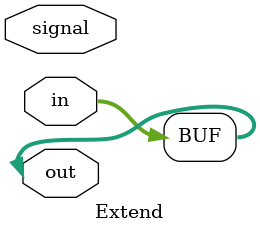
<source format=sv>
module Extend (
    input logic [31:0] in,
    input logic signal,
    input logic [31:0] out
);
    assign out = in;
endmodule
</source>
